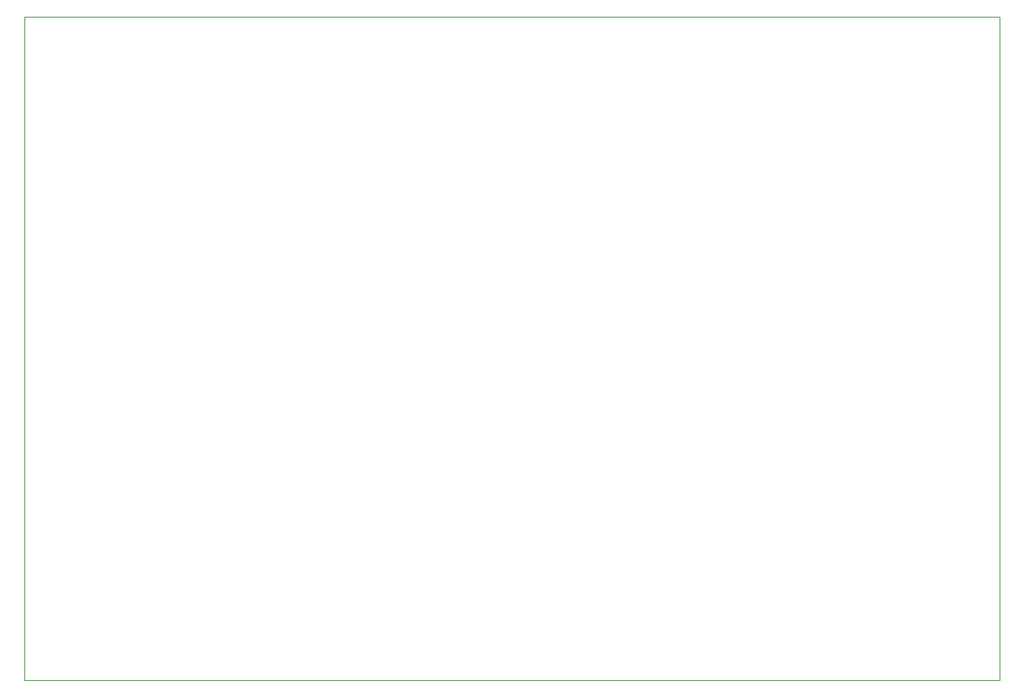
<source format=gbr>
%TF.GenerationSoftware,KiCad,Pcbnew,(5.1.7)-1*%
%TF.CreationDate,2021-05-19T20:23:41+02:00*%
%TF.ProjectId,PEE50-Schakeling,50454535-302d-4536-9368-616b656c696e,rev?*%
%TF.SameCoordinates,Original*%
%TF.FileFunction,Profile,NP*%
%FSLAX46Y46*%
G04 Gerber Fmt 4.6, Leading zero omitted, Abs format (unit mm)*
G04 Created by KiCad (PCBNEW (5.1.7)-1) date 2021-05-19 20:23:41*
%MOMM*%
%LPD*%
G01*
G04 APERTURE LIST*
%TA.AperFunction,Profile*%
%ADD10C,0.050000*%
%TD*%
G04 APERTURE END LIST*
D10*
X39080440Y-35526980D02*
X39118540Y-35526980D01*
X39080440Y-35529520D02*
X39080440Y-35526980D01*
X39080440Y-35801300D02*
X39080440Y-35529520D01*
X147289520Y-35526980D02*
X39118540Y-35526980D01*
X147289520Y-109217460D02*
X147289520Y-35526980D01*
X39080440Y-109217460D02*
X147289520Y-109217460D01*
X39080440Y-35801300D02*
X39080440Y-109217460D01*
M02*

</source>
